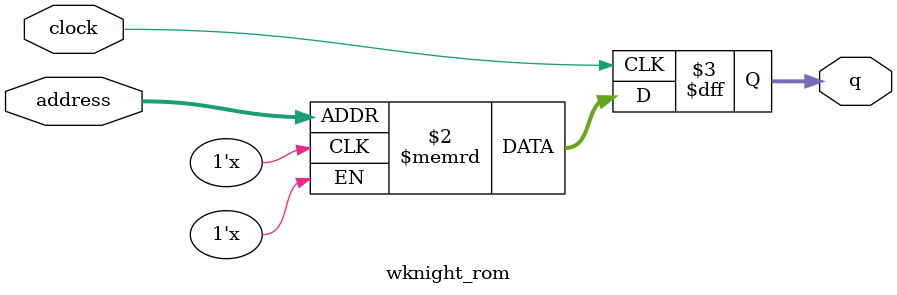
<source format=sv>
module wknight_rom (
	input logic clock,
	input logic [11:0] address,
	output logic [1:0] q
);

logic [1:0] memory [0:3024] /* synthesis ram_init_file = "./wknight/wknight.COE" */;

always_ff @ (posedge clock) begin
	q <= memory[address];
end

endmodule

</source>
